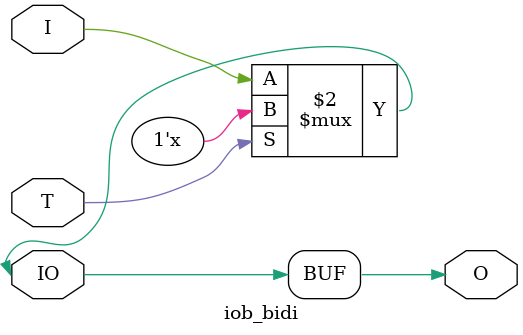
<source format=v>
/* ****************************************************************************
-- Source file: iob_bidi.v                
-- Date:        February 2016    
-- Author:      khubbard
-- Description: Infer a simple single ended bidirectional IO buffer.
-- Language:    Verilog-2001 
-- Simulation:  Xilinx-Vivado   
-- Synthesis:   Xilinx-Vivado
--
-- Revision History:
-- Ver#  When      Who      What
-- ----  --------  -------- ---------------------------------------------------
-- 0.1   02.01.16  khubbard Creation
-- ***************************************************************************/
`default_nettype none // Strictly enforce all nets to be declared

module iob_bidi
(
  input  wire         I,
  input  wire         T,
  output wire         O,
  inout  wire         IO
);// module iob_bidi

  assign IO = ( T == 1 ) ? 1'bz : I;
  assign O  = IO;

endmodule // iob_bidi.v

</source>
